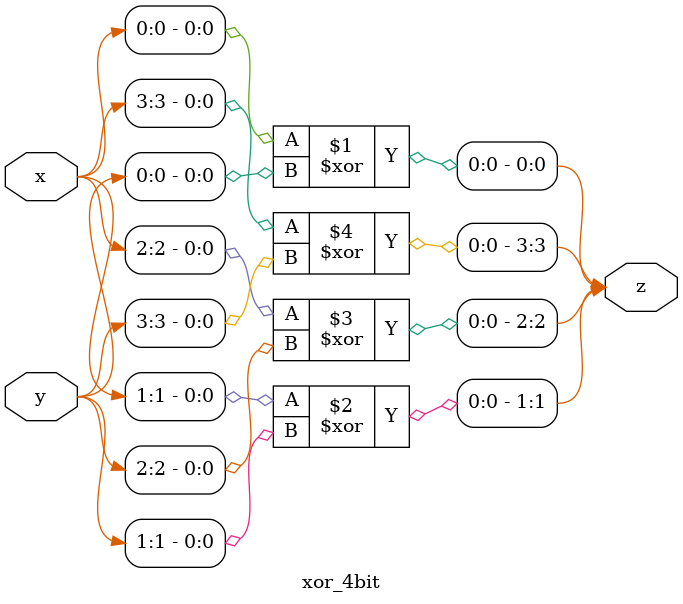
<source format=v>

module xor_4bit(z, x, y);
    input[3:0]  x, y;
    output[3:0] z;

    xor(z[0], x[0], y[0]);
    xor(z[1], x[1], y[1]);
    xor(z[2], x[2], y[2]);
    xor(z[3], x[3], y[3]);
endmodule
</source>
